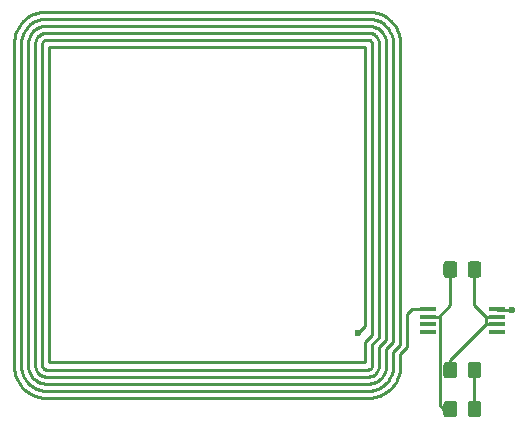
<source format=gtl>
G04 #@! TF.GenerationSoftware,KiCad,Pcbnew,(5.1.5-0-10_14)*
G04 #@! TF.CreationDate,2020-04-20T15:44:46-04:00*
G04 #@! TF.ProjectId,business card,62757369-6e65-4737-9320-636172642e6b,rev?*
G04 #@! TF.SameCoordinates,Original*
G04 #@! TF.FileFunction,Copper,L1,Top*
G04 #@! TF.FilePolarity,Positive*
%FSLAX46Y46*%
G04 Gerber Fmt 4.6, Leading zero omitted, Abs format (unit mm)*
G04 Created by KiCad (PCBNEW (5.1.5-0-10_14)) date 2020-04-20 15:44:46*
%MOMM*%
%LPD*%
G04 APERTURE LIST*
%ADD10R,1.450000X0.450000*%
%ADD11C,0.100000*%
%ADD12C,0.600000*%
%ADD13C,0.250000*%
G04 APERTURE END LIST*
D10*
X86712000Y-84369000D03*
X86712000Y-85019000D03*
X86712000Y-85669000D03*
X86712000Y-86319000D03*
X92612000Y-86319000D03*
X92612000Y-85669000D03*
X92612000Y-85019000D03*
X92612000Y-84369000D03*
G04 #@! TA.AperFunction,SMDPad,CuDef*
D11*
G36*
X91036505Y-80327204D02*
G01*
X91060773Y-80330804D01*
X91084572Y-80336765D01*
X91107671Y-80345030D01*
X91129850Y-80355520D01*
X91150893Y-80368132D01*
X91170599Y-80382747D01*
X91188777Y-80399223D01*
X91205253Y-80417401D01*
X91219868Y-80437107D01*
X91232480Y-80458150D01*
X91242970Y-80480329D01*
X91251235Y-80503428D01*
X91257196Y-80527227D01*
X91260796Y-80551495D01*
X91262000Y-80575999D01*
X91262000Y-81476001D01*
X91260796Y-81500505D01*
X91257196Y-81524773D01*
X91251235Y-81548572D01*
X91242970Y-81571671D01*
X91232480Y-81593850D01*
X91219868Y-81614893D01*
X91205253Y-81634599D01*
X91188777Y-81652777D01*
X91170599Y-81669253D01*
X91150893Y-81683868D01*
X91129850Y-81696480D01*
X91107671Y-81706970D01*
X91084572Y-81715235D01*
X91060773Y-81721196D01*
X91036505Y-81724796D01*
X91012001Y-81726000D01*
X90361999Y-81726000D01*
X90337495Y-81724796D01*
X90313227Y-81721196D01*
X90289428Y-81715235D01*
X90266329Y-81706970D01*
X90244150Y-81696480D01*
X90223107Y-81683868D01*
X90203401Y-81669253D01*
X90185223Y-81652777D01*
X90168747Y-81634599D01*
X90154132Y-81614893D01*
X90141520Y-81593850D01*
X90131030Y-81571671D01*
X90122765Y-81548572D01*
X90116804Y-81524773D01*
X90113204Y-81500505D01*
X90112000Y-81476001D01*
X90112000Y-80575999D01*
X90113204Y-80551495D01*
X90116804Y-80527227D01*
X90122765Y-80503428D01*
X90131030Y-80480329D01*
X90141520Y-80458150D01*
X90154132Y-80437107D01*
X90168747Y-80417401D01*
X90185223Y-80399223D01*
X90203401Y-80382747D01*
X90223107Y-80368132D01*
X90244150Y-80355520D01*
X90266329Y-80345030D01*
X90289428Y-80336765D01*
X90313227Y-80330804D01*
X90337495Y-80327204D01*
X90361999Y-80326000D01*
X91012001Y-80326000D01*
X91036505Y-80327204D01*
G37*
G04 #@! TD.AperFunction*
G04 #@! TA.AperFunction,SMDPad,CuDef*
G36*
X88986505Y-80327204D02*
G01*
X89010773Y-80330804D01*
X89034572Y-80336765D01*
X89057671Y-80345030D01*
X89079850Y-80355520D01*
X89100893Y-80368132D01*
X89120599Y-80382747D01*
X89138777Y-80399223D01*
X89155253Y-80417401D01*
X89169868Y-80437107D01*
X89182480Y-80458150D01*
X89192970Y-80480329D01*
X89201235Y-80503428D01*
X89207196Y-80527227D01*
X89210796Y-80551495D01*
X89212000Y-80575999D01*
X89212000Y-81476001D01*
X89210796Y-81500505D01*
X89207196Y-81524773D01*
X89201235Y-81548572D01*
X89192970Y-81571671D01*
X89182480Y-81593850D01*
X89169868Y-81614893D01*
X89155253Y-81634599D01*
X89138777Y-81652777D01*
X89120599Y-81669253D01*
X89100893Y-81683868D01*
X89079850Y-81696480D01*
X89057671Y-81706970D01*
X89034572Y-81715235D01*
X89010773Y-81721196D01*
X88986505Y-81724796D01*
X88962001Y-81726000D01*
X88311999Y-81726000D01*
X88287495Y-81724796D01*
X88263227Y-81721196D01*
X88239428Y-81715235D01*
X88216329Y-81706970D01*
X88194150Y-81696480D01*
X88173107Y-81683868D01*
X88153401Y-81669253D01*
X88135223Y-81652777D01*
X88118747Y-81634599D01*
X88104132Y-81614893D01*
X88091520Y-81593850D01*
X88081030Y-81571671D01*
X88072765Y-81548572D01*
X88066804Y-81524773D01*
X88063204Y-81500505D01*
X88062000Y-81476001D01*
X88062000Y-80575999D01*
X88063204Y-80551495D01*
X88066804Y-80527227D01*
X88072765Y-80503428D01*
X88081030Y-80480329D01*
X88091520Y-80458150D01*
X88104132Y-80437107D01*
X88118747Y-80417401D01*
X88135223Y-80399223D01*
X88153401Y-80382747D01*
X88173107Y-80368132D01*
X88194150Y-80355520D01*
X88216329Y-80345030D01*
X88239428Y-80336765D01*
X88263227Y-80330804D01*
X88287495Y-80327204D01*
X88311999Y-80326000D01*
X88962001Y-80326000D01*
X88986505Y-80327204D01*
G37*
G04 #@! TD.AperFunction*
G04 #@! TA.AperFunction,SMDPad,CuDef*
G36*
X88986505Y-92138204D02*
G01*
X89010773Y-92141804D01*
X89034572Y-92147765D01*
X89057671Y-92156030D01*
X89079850Y-92166520D01*
X89100893Y-92179132D01*
X89120599Y-92193747D01*
X89138777Y-92210223D01*
X89155253Y-92228401D01*
X89169868Y-92248107D01*
X89182480Y-92269150D01*
X89192970Y-92291329D01*
X89201235Y-92314428D01*
X89207196Y-92338227D01*
X89210796Y-92362495D01*
X89212000Y-92386999D01*
X89212000Y-93287001D01*
X89210796Y-93311505D01*
X89207196Y-93335773D01*
X89201235Y-93359572D01*
X89192970Y-93382671D01*
X89182480Y-93404850D01*
X89169868Y-93425893D01*
X89155253Y-93445599D01*
X89138777Y-93463777D01*
X89120599Y-93480253D01*
X89100893Y-93494868D01*
X89079850Y-93507480D01*
X89057671Y-93517970D01*
X89034572Y-93526235D01*
X89010773Y-93532196D01*
X88986505Y-93535796D01*
X88962001Y-93537000D01*
X88311999Y-93537000D01*
X88287495Y-93535796D01*
X88263227Y-93532196D01*
X88239428Y-93526235D01*
X88216329Y-93517970D01*
X88194150Y-93507480D01*
X88173107Y-93494868D01*
X88153401Y-93480253D01*
X88135223Y-93463777D01*
X88118747Y-93445599D01*
X88104132Y-93425893D01*
X88091520Y-93404850D01*
X88081030Y-93382671D01*
X88072765Y-93359572D01*
X88066804Y-93335773D01*
X88063204Y-93311505D01*
X88062000Y-93287001D01*
X88062000Y-92386999D01*
X88063204Y-92362495D01*
X88066804Y-92338227D01*
X88072765Y-92314428D01*
X88081030Y-92291329D01*
X88091520Y-92269150D01*
X88104132Y-92248107D01*
X88118747Y-92228401D01*
X88135223Y-92210223D01*
X88153401Y-92193747D01*
X88173107Y-92179132D01*
X88194150Y-92166520D01*
X88216329Y-92156030D01*
X88239428Y-92147765D01*
X88263227Y-92141804D01*
X88287495Y-92138204D01*
X88311999Y-92137000D01*
X88962001Y-92137000D01*
X88986505Y-92138204D01*
G37*
G04 #@! TD.AperFunction*
G04 #@! TA.AperFunction,SMDPad,CuDef*
G36*
X91036505Y-92138204D02*
G01*
X91060773Y-92141804D01*
X91084572Y-92147765D01*
X91107671Y-92156030D01*
X91129850Y-92166520D01*
X91150893Y-92179132D01*
X91170599Y-92193747D01*
X91188777Y-92210223D01*
X91205253Y-92228401D01*
X91219868Y-92248107D01*
X91232480Y-92269150D01*
X91242970Y-92291329D01*
X91251235Y-92314428D01*
X91257196Y-92338227D01*
X91260796Y-92362495D01*
X91262000Y-92386999D01*
X91262000Y-93287001D01*
X91260796Y-93311505D01*
X91257196Y-93335773D01*
X91251235Y-93359572D01*
X91242970Y-93382671D01*
X91232480Y-93404850D01*
X91219868Y-93425893D01*
X91205253Y-93445599D01*
X91188777Y-93463777D01*
X91170599Y-93480253D01*
X91150893Y-93494868D01*
X91129850Y-93507480D01*
X91107671Y-93517970D01*
X91084572Y-93526235D01*
X91060773Y-93532196D01*
X91036505Y-93535796D01*
X91012001Y-93537000D01*
X90361999Y-93537000D01*
X90337495Y-93535796D01*
X90313227Y-93532196D01*
X90289428Y-93526235D01*
X90266329Y-93517970D01*
X90244150Y-93507480D01*
X90223107Y-93494868D01*
X90203401Y-93480253D01*
X90185223Y-93463777D01*
X90168747Y-93445599D01*
X90154132Y-93425893D01*
X90141520Y-93404850D01*
X90131030Y-93382671D01*
X90122765Y-93359572D01*
X90116804Y-93335773D01*
X90113204Y-93311505D01*
X90112000Y-93287001D01*
X90112000Y-92386999D01*
X90113204Y-92362495D01*
X90116804Y-92338227D01*
X90122765Y-92314428D01*
X90131030Y-92291329D01*
X90141520Y-92269150D01*
X90154132Y-92248107D01*
X90168747Y-92228401D01*
X90185223Y-92210223D01*
X90203401Y-92193747D01*
X90223107Y-92179132D01*
X90244150Y-92166520D01*
X90266329Y-92156030D01*
X90289428Y-92147765D01*
X90313227Y-92141804D01*
X90337495Y-92138204D01*
X90361999Y-92137000D01*
X91012001Y-92137000D01*
X91036505Y-92138204D01*
G37*
G04 #@! TD.AperFunction*
G04 #@! TA.AperFunction,SMDPad,CuDef*
G36*
X88986505Y-88836204D02*
G01*
X89010773Y-88839804D01*
X89034572Y-88845765D01*
X89057671Y-88854030D01*
X89079850Y-88864520D01*
X89100893Y-88877132D01*
X89120599Y-88891747D01*
X89138777Y-88908223D01*
X89155253Y-88926401D01*
X89169868Y-88946107D01*
X89182480Y-88967150D01*
X89192970Y-88989329D01*
X89201235Y-89012428D01*
X89207196Y-89036227D01*
X89210796Y-89060495D01*
X89212000Y-89084999D01*
X89212000Y-89985001D01*
X89210796Y-90009505D01*
X89207196Y-90033773D01*
X89201235Y-90057572D01*
X89192970Y-90080671D01*
X89182480Y-90102850D01*
X89169868Y-90123893D01*
X89155253Y-90143599D01*
X89138777Y-90161777D01*
X89120599Y-90178253D01*
X89100893Y-90192868D01*
X89079850Y-90205480D01*
X89057671Y-90215970D01*
X89034572Y-90224235D01*
X89010773Y-90230196D01*
X88986505Y-90233796D01*
X88962001Y-90235000D01*
X88311999Y-90235000D01*
X88287495Y-90233796D01*
X88263227Y-90230196D01*
X88239428Y-90224235D01*
X88216329Y-90215970D01*
X88194150Y-90205480D01*
X88173107Y-90192868D01*
X88153401Y-90178253D01*
X88135223Y-90161777D01*
X88118747Y-90143599D01*
X88104132Y-90123893D01*
X88091520Y-90102850D01*
X88081030Y-90080671D01*
X88072765Y-90057572D01*
X88066804Y-90033773D01*
X88063204Y-90009505D01*
X88062000Y-89985001D01*
X88062000Y-89084999D01*
X88063204Y-89060495D01*
X88066804Y-89036227D01*
X88072765Y-89012428D01*
X88081030Y-88989329D01*
X88091520Y-88967150D01*
X88104132Y-88946107D01*
X88118747Y-88926401D01*
X88135223Y-88908223D01*
X88153401Y-88891747D01*
X88173107Y-88877132D01*
X88194150Y-88864520D01*
X88216329Y-88854030D01*
X88239428Y-88845765D01*
X88263227Y-88839804D01*
X88287495Y-88836204D01*
X88311999Y-88835000D01*
X88962001Y-88835000D01*
X88986505Y-88836204D01*
G37*
G04 #@! TD.AperFunction*
G04 #@! TA.AperFunction,SMDPad,CuDef*
G36*
X91036505Y-88836204D02*
G01*
X91060773Y-88839804D01*
X91084572Y-88845765D01*
X91107671Y-88854030D01*
X91129850Y-88864520D01*
X91150893Y-88877132D01*
X91170599Y-88891747D01*
X91188777Y-88908223D01*
X91205253Y-88926401D01*
X91219868Y-88946107D01*
X91232480Y-88967150D01*
X91242970Y-88989329D01*
X91251235Y-89012428D01*
X91257196Y-89036227D01*
X91260796Y-89060495D01*
X91262000Y-89084999D01*
X91262000Y-89985001D01*
X91260796Y-90009505D01*
X91257196Y-90033773D01*
X91251235Y-90057572D01*
X91242970Y-90080671D01*
X91232480Y-90102850D01*
X91219868Y-90123893D01*
X91205253Y-90143599D01*
X91188777Y-90161777D01*
X91170599Y-90178253D01*
X91150893Y-90192868D01*
X91129850Y-90205480D01*
X91107671Y-90215970D01*
X91084572Y-90224235D01*
X91060773Y-90230196D01*
X91036505Y-90233796D01*
X91012001Y-90235000D01*
X90361999Y-90235000D01*
X90337495Y-90233796D01*
X90313227Y-90230196D01*
X90289428Y-90224235D01*
X90266329Y-90215970D01*
X90244150Y-90205480D01*
X90223107Y-90192868D01*
X90203401Y-90178253D01*
X90185223Y-90161777D01*
X90168747Y-90143599D01*
X90154132Y-90123893D01*
X90141520Y-90102850D01*
X90131030Y-90080671D01*
X90122765Y-90057572D01*
X90116804Y-90033773D01*
X90113204Y-90009505D01*
X90112000Y-89985001D01*
X90112000Y-89084999D01*
X90113204Y-89060495D01*
X90116804Y-89036227D01*
X90122765Y-89012428D01*
X90131030Y-88989329D01*
X90141520Y-88967150D01*
X90154132Y-88946107D01*
X90168747Y-88926401D01*
X90185223Y-88908223D01*
X90203401Y-88891747D01*
X90223107Y-88877132D01*
X90244150Y-88864520D01*
X90266329Y-88854030D01*
X90289428Y-88845765D01*
X90313227Y-88839804D01*
X90337495Y-88836204D01*
X90361999Y-88835000D01*
X91012001Y-88835000D01*
X91036505Y-88836204D01*
G37*
G04 #@! TD.AperFunction*
D12*
X80794580Y-86383120D03*
X93837002Y-84455000D03*
D13*
X91637000Y-85019000D02*
X92612000Y-85019000D01*
X90687000Y-84069000D02*
X91637000Y-85019000D01*
X90687000Y-81026000D02*
X90687000Y-84069000D01*
X91638000Y-85669000D02*
X92612000Y-85669000D01*
X91637000Y-85668000D02*
X91638000Y-85669000D01*
X91637000Y-85019000D02*
X91637000Y-85668000D01*
X88637000Y-88835000D02*
X88637000Y-89535000D01*
X88637000Y-88669000D02*
X88637000Y-88835000D01*
X91637000Y-85669000D02*
X88637000Y-88669000D01*
X92612000Y-85669000D02*
X91637000Y-85669000D01*
X87687000Y-85019000D02*
X86712000Y-85019000D01*
X88637000Y-84069000D02*
X87687000Y-85019000D01*
X88637000Y-81026000D02*
X88637000Y-84069000D01*
X88062000Y-92837000D02*
X88637000Y-92837000D01*
X87736990Y-92511990D02*
X88062000Y-92837000D01*
X87736990Y-88846820D02*
X87736990Y-92511990D01*
X87762001Y-88821809D02*
X87736990Y-88846820D01*
X87762001Y-85094001D02*
X87762001Y-88821809D01*
X87687000Y-85019000D02*
X87762001Y-85094001D01*
X90687000Y-90235000D02*
X90687000Y-92837000D01*
X90687000Y-89535000D02*
X90687000Y-90235000D01*
X82905600Y-90915740D02*
X82786220Y-90994480D01*
X82397600Y-91177360D02*
X82260440Y-91220540D01*
X82120740Y-91256100D02*
X81981040Y-91278960D01*
X83672680Y-89902280D02*
X83621880Y-90034360D01*
X82514440Y-61531760D02*
X82550000Y-61620660D01*
X82059780Y-61077100D02*
X82143600Y-61117740D01*
X83411060Y-90410280D02*
X83324700Y-90524580D01*
X82572860Y-61709560D02*
X82588100Y-61803540D01*
X83126580Y-90732860D02*
X83019900Y-90829380D01*
X81836260Y-91294200D02*
X81694020Y-91299280D01*
X83751420Y-89625420D02*
X83715860Y-89765120D01*
X81881980Y-61018680D02*
X81970880Y-61041540D01*
X83789520Y-89340940D02*
X83774280Y-89485720D01*
X82296000Y-61229500D02*
X82362040Y-61295540D01*
X82659220Y-91063060D02*
X82529680Y-91126560D01*
X83794600Y-89198700D02*
X83789520Y-89340940D01*
X83621880Y-90034360D02*
X83558380Y-90163900D01*
X82786220Y-90994480D02*
X82659220Y-91063060D01*
X82550000Y-61620660D02*
X82572860Y-61709560D01*
X82362040Y-61295540D02*
X82420460Y-61369200D01*
X82588100Y-61803540D02*
X82593180Y-61897520D01*
X81694020Y-90699840D02*
X81810860Y-90694760D01*
X81927700Y-90682060D02*
X82044540Y-90659200D01*
X82044540Y-90659200D02*
X82158840Y-90626180D01*
X82158840Y-90626180D02*
X82268060Y-90585540D01*
X81970880Y-61041540D02*
X82059780Y-61077100D01*
X82222340Y-61171080D02*
X82296000Y-61229500D01*
X83715860Y-89765120D02*
X83672680Y-89902280D01*
X82478880Y-90478860D02*
X82575400Y-90412820D01*
X81988660Y-61846720D02*
X81975960Y-61795920D01*
X82143600Y-61117740D02*
X82222340Y-61171080D01*
X81744820Y-61602880D02*
X81694020Y-61597800D01*
X82260440Y-91220540D02*
X82120740Y-91256100D01*
X82575400Y-90412820D02*
X82669380Y-90339160D01*
X82755740Y-90260420D02*
X82834480Y-90174060D01*
X83019900Y-90829380D02*
X82905600Y-90915740D01*
X81788000Y-61003440D02*
X81881980Y-61018680D01*
X82420460Y-61369200D02*
X82473800Y-61447940D01*
X83489800Y-90290900D02*
X83411060Y-90410280D01*
X82669380Y-90339160D02*
X82755740Y-90260420D01*
X82529680Y-91126560D02*
X82397600Y-91177360D01*
X82473800Y-61447940D02*
X82514440Y-61531760D01*
X81953100Y-61747660D02*
X81922620Y-61704480D01*
X81843880Y-61638440D02*
X81795620Y-61615580D01*
X82834480Y-90174060D02*
X82908140Y-90080080D01*
X83774280Y-89485720D02*
X83751420Y-89625420D01*
X82268060Y-90585540D02*
X82374740Y-90537280D01*
X83228180Y-90631260D02*
X83126580Y-90732860D01*
X81981040Y-91278960D02*
X81836260Y-91294200D01*
X83558380Y-90163900D02*
X83489800Y-90290900D01*
X82908140Y-90080080D02*
X82974180Y-89983560D01*
X82974180Y-89983560D02*
X83032600Y-89879420D01*
X83032600Y-89879420D02*
X83080860Y-89772740D01*
X81810860Y-90694760D02*
X81927700Y-90682060D01*
X81922620Y-61704480D02*
X81887060Y-61668920D01*
X82374740Y-90537280D02*
X82478880Y-90478860D01*
X83080860Y-89772740D02*
X83121500Y-89663520D01*
X83121500Y-89663520D02*
X83154520Y-89549220D01*
X81694020Y-60998360D02*
X81788000Y-61003440D01*
X81887060Y-61668920D02*
X81843880Y-61638440D01*
X81795620Y-61615580D02*
X81744820Y-61602880D01*
X81993740Y-61897520D02*
X81988660Y-61846720D01*
X83324700Y-90524580D02*
X83228180Y-90631260D01*
X81975960Y-61795920D02*
X81953100Y-61747660D01*
X81988660Y-89249500D02*
X81993740Y-89198700D01*
X82550000Y-89475560D02*
X82514440Y-89564460D01*
X82588100Y-89292680D02*
X82572860Y-89386660D01*
X81975960Y-89300300D02*
X81988660Y-89249500D01*
X82593180Y-89198700D02*
X82588100Y-89292680D01*
X82572860Y-89386660D02*
X82550000Y-89475560D01*
X82059780Y-90019120D02*
X81970880Y-90054680D01*
X81795620Y-89480640D02*
X81843880Y-89457780D01*
X81953100Y-89348560D02*
X81975960Y-89300300D01*
X81843880Y-89457780D02*
X81887060Y-89427300D01*
X83154520Y-89549220D02*
X83177380Y-89432380D01*
X82222340Y-89925140D02*
X82143600Y-89978480D01*
X82296000Y-89866720D02*
X82222340Y-89925140D01*
X83177380Y-89432380D02*
X83190080Y-89315540D01*
X82473800Y-89648280D02*
X82420460Y-89727020D01*
X82420460Y-89727020D02*
X82362040Y-89800680D01*
X83190080Y-89315540D02*
X83195160Y-89198700D01*
X81970880Y-90054680D02*
X81881980Y-90077540D01*
X81744820Y-89493340D02*
X81795620Y-89480640D01*
X81922620Y-89391740D02*
X81953100Y-89348560D01*
X82362040Y-89800680D02*
X82296000Y-89866720D01*
X81881980Y-90077540D02*
X81788000Y-90092780D01*
X82143600Y-89978480D02*
X82059780Y-90019120D01*
X81788000Y-90092780D02*
X81694020Y-90097860D01*
X82514440Y-89564460D02*
X82473800Y-89648280D01*
X81694020Y-89498420D02*
X81744820Y-89493340D01*
X81887060Y-89427300D02*
X81922620Y-89391740D01*
X54352340Y-61602880D02*
X54301540Y-61615580D01*
X82397600Y-59918860D02*
X82529680Y-59969660D01*
X54126280Y-61041540D02*
X54215180Y-61018680D01*
X82529680Y-59969660D02*
X82659220Y-60033160D01*
X82659220Y-60033160D02*
X82786220Y-60101740D01*
X82120740Y-59840120D02*
X82260440Y-59875680D01*
X54037380Y-61077100D02*
X54126280Y-61041540D01*
X54301540Y-61615580D02*
X54253280Y-61638440D01*
X53801160Y-61229500D02*
X53874820Y-61171080D01*
X53874820Y-61171080D02*
X53953560Y-61117740D01*
X54215180Y-61018680D02*
X54309160Y-61003440D01*
X54309160Y-61003440D02*
X54403140Y-60998360D01*
X54253280Y-61638440D02*
X54210100Y-61668920D01*
X54121200Y-61795920D02*
X54108500Y-61846720D01*
X81836260Y-59802020D02*
X81981040Y-59817260D01*
X81694020Y-59796940D02*
X81836260Y-59802020D01*
X82786220Y-60101740D02*
X82905600Y-60180480D01*
X54210100Y-61668920D02*
X54174540Y-61704480D01*
X53953560Y-61117740D02*
X54037380Y-61077100D01*
X54403140Y-61597800D02*
X54352340Y-61602880D01*
X54174540Y-61704480D02*
X54144060Y-61747660D01*
X54144060Y-61747660D02*
X54121200Y-61795920D01*
X54108500Y-61846720D02*
X54103420Y-61897520D01*
X81981040Y-59817260D02*
X82120740Y-59840120D01*
X82260440Y-59875680D02*
X82397600Y-59918860D01*
X82834480Y-60922160D02*
X82755740Y-60835800D01*
X82755740Y-60835800D02*
X82669380Y-60757060D01*
X82158840Y-60470040D02*
X82044540Y-60437020D01*
X82044540Y-60437020D02*
X81927700Y-60414160D01*
X83228180Y-60464960D02*
X83324700Y-60571640D01*
X83621880Y-61061860D02*
X83672680Y-61193940D01*
X81927700Y-60414160D02*
X81810860Y-60401460D01*
X81810860Y-60401460D02*
X81694020Y-60396380D01*
X82575400Y-60683400D02*
X82478880Y-60617360D01*
X83751420Y-61470800D02*
X83774280Y-61610500D01*
X83195160Y-61897520D02*
X83190080Y-61780680D01*
X83121500Y-61432700D02*
X83080860Y-61323480D01*
X83019900Y-60266840D02*
X83126580Y-60363360D01*
X83489800Y-60805320D02*
X83558380Y-60932320D01*
X83177380Y-61663840D02*
X83154520Y-61547000D01*
X83715860Y-61331100D02*
X83751420Y-61470800D01*
X83080860Y-61323480D02*
X83032600Y-61216800D01*
X83154520Y-61547000D02*
X83121500Y-61432700D01*
X82908140Y-61016140D02*
X82834480Y-60922160D01*
X82478880Y-60617360D02*
X82374740Y-60558940D01*
X83789520Y-61755280D02*
X83794600Y-61897520D01*
X83190080Y-61780680D02*
X83177380Y-61663840D01*
X82374740Y-60558940D02*
X82268060Y-60510680D01*
X82268060Y-60510680D02*
X82158840Y-60470040D01*
X83126580Y-60363360D02*
X83228180Y-60464960D01*
X83558380Y-60932320D02*
X83621880Y-61061860D01*
X82669380Y-60757060D02*
X82575400Y-60683400D01*
X83774280Y-61610500D02*
X83789520Y-61755280D01*
X83324700Y-60571640D02*
X83411060Y-60685940D01*
X83672680Y-61193940D02*
X83715860Y-61331100D01*
X82974180Y-61112660D02*
X82908140Y-61016140D01*
X82905600Y-60180480D02*
X83019900Y-60266840D01*
X83411060Y-60685940D02*
X83489800Y-60805320D01*
X83032600Y-61216800D02*
X82974180Y-61112660D01*
X82496660Y-59319420D02*
X82339180Y-59276240D01*
X52868980Y-59675020D02*
X52736900Y-59771540D01*
X81394020Y-85781140D02*
X80794580Y-86383120D01*
X83360260Y-59771540D02*
X83228180Y-59675020D01*
X53757980Y-59276240D02*
X53600500Y-59319420D01*
X83916520Y-60363360D02*
X83820000Y-60231280D01*
X83484720Y-59875680D02*
X83360260Y-59771540D01*
X54240580Y-59202580D02*
X54078020Y-59217820D01*
X84373720Y-61572400D02*
X84350860Y-61409840D01*
X83228180Y-59675020D02*
X83091020Y-59586120D01*
X82181700Y-59240680D02*
X82019140Y-59217820D01*
X52736900Y-59771540D02*
X52612440Y-59875680D01*
X82339180Y-59276240D02*
X82181700Y-59240680D01*
X52612440Y-59875680D02*
X52493060Y-59987440D01*
X83715860Y-60106820D02*
X83604100Y-59987440D01*
X54403140Y-59796940D02*
X81694020Y-59796940D01*
X82948780Y-59507380D02*
X82801460Y-59436260D01*
X54078020Y-59217820D02*
X53915460Y-59240680D01*
X53445560Y-59372760D02*
X53295700Y-59436260D01*
X53915460Y-59240680D02*
X53757980Y-59276240D01*
X84272120Y-61094880D02*
X84218780Y-60939940D01*
X54403140Y-60998360D02*
X81694020Y-60998360D01*
X54403140Y-59197500D02*
X54240580Y-59202580D01*
X84394040Y-61897520D02*
X84388960Y-61734960D01*
X84315300Y-61252360D02*
X84272120Y-61094880D01*
X84155280Y-60790080D02*
X84084160Y-60642760D01*
X84005420Y-60500520D02*
X83916520Y-60363360D01*
X83604100Y-59987440D02*
X83484720Y-59875680D01*
X84388960Y-61734960D02*
X84373720Y-61572400D01*
X83820000Y-60231280D02*
X83715860Y-60106820D01*
X83091020Y-59586120D02*
X82948780Y-59507380D01*
X84350860Y-61409840D02*
X84315300Y-61252360D01*
X84084160Y-60642760D02*
X84005420Y-60500520D01*
X82019140Y-59217820D02*
X81856580Y-59202580D01*
X81694020Y-59197500D02*
X54403140Y-59197500D01*
X81694020Y-60396380D02*
X54403140Y-60396380D01*
X81694020Y-61597800D02*
X54403140Y-61597800D01*
X53600500Y-59319420D02*
X53445560Y-59372760D01*
X82651600Y-59372760D02*
X82496660Y-59319420D01*
X53295700Y-59436260D02*
X53148380Y-59507380D01*
X53148380Y-59507380D02*
X53006140Y-59586120D01*
X82801460Y-59436260D02*
X82651600Y-59372760D01*
X53006140Y-59586120D02*
X52868980Y-59675020D01*
X81856580Y-59202580D02*
X81694020Y-59197500D01*
X84218780Y-60939940D02*
X84155280Y-60790080D01*
X53836720Y-91220540D02*
X53699560Y-91177360D01*
X53191560Y-90915740D02*
X53077260Y-90829380D01*
X52772460Y-90524580D02*
X52686100Y-90410280D01*
X54103420Y-61897520D02*
X54103420Y-89198700D01*
X51825040Y-90001340D02*
X51878380Y-90156280D01*
X52868980Y-91421200D02*
X53006140Y-91510100D01*
X53006140Y-91510100D02*
X53148380Y-91588840D01*
X53915460Y-91855540D02*
X54078020Y-91878400D01*
X52475280Y-90034360D02*
X52424480Y-89902280D01*
X52424480Y-89902280D02*
X52381300Y-89765120D01*
X52493060Y-59987440D02*
X52381300Y-60106820D01*
X51781860Y-61252360D02*
X51746300Y-61409840D01*
X51723440Y-89523820D02*
X51746300Y-89686380D01*
X51941880Y-90306140D02*
X52013000Y-90453460D01*
X52091740Y-90595700D02*
X52180640Y-90732860D01*
X52180640Y-60363360D02*
X52091740Y-60500520D01*
X51746300Y-61409840D02*
X51723440Y-61572400D01*
X51708200Y-61734960D02*
X51703120Y-61897520D01*
X52013000Y-60642760D02*
X51941880Y-60790080D01*
X53757980Y-91819980D02*
X53915460Y-91855540D01*
X54403140Y-91299280D02*
X54260900Y-91294200D01*
X53503980Y-89198700D02*
X53503980Y-61897520D01*
X51878380Y-90156280D02*
X51941880Y-90306140D01*
X52277160Y-90864940D02*
X52381300Y-90989400D01*
X52736900Y-91324680D02*
X52868980Y-91421200D01*
X51723440Y-61572400D02*
X51708200Y-61734960D01*
X52381300Y-90989400D02*
X52493060Y-91108780D01*
X53295700Y-91659960D02*
X53445560Y-91723460D01*
X51941880Y-60790080D02*
X51878380Y-60939940D01*
X51781860Y-89843860D02*
X51825040Y-90001340D01*
X51825040Y-61094880D02*
X51781860Y-61252360D01*
X54260900Y-91294200D02*
X54116120Y-91278960D01*
X51746300Y-89686380D02*
X51781860Y-89843860D01*
X54116120Y-91278960D02*
X53976420Y-91256100D01*
X53567480Y-91126560D02*
X53437940Y-91063060D01*
X51878380Y-60939940D02*
X51825040Y-61094880D01*
X51703120Y-61897520D02*
X51703120Y-89198700D01*
X53437940Y-91063060D02*
X53310940Y-90994480D01*
X53310940Y-90994480D02*
X53191560Y-90915740D01*
X53077260Y-90829380D02*
X52970580Y-90732860D01*
X52686100Y-90410280D02*
X52607360Y-90290900D01*
X52607360Y-90290900D02*
X52538780Y-90163900D01*
X54078020Y-91878400D02*
X54240580Y-91893640D01*
X52381300Y-60106820D02*
X52277160Y-60231280D01*
X53699560Y-91177360D02*
X53567480Y-91126560D01*
X52180640Y-90732860D02*
X52277160Y-90864940D01*
X52970580Y-90732860D02*
X52868980Y-90631260D01*
X52868980Y-90631260D02*
X52772460Y-90524580D01*
X52538780Y-90163900D02*
X52475280Y-90034360D01*
X52091740Y-60500520D02*
X52013000Y-60642760D01*
X52305100Y-89198700D02*
X52305100Y-61897520D01*
X52381300Y-89765120D02*
X52345740Y-89625420D01*
X53600500Y-91776800D02*
X53757980Y-91819980D01*
X51708200Y-89361260D02*
X51723440Y-89523820D01*
X52013000Y-90453460D02*
X52091740Y-90595700D01*
X52277160Y-60231280D02*
X52180640Y-60363360D01*
X52904540Y-61897520D02*
X52904540Y-89198700D01*
X52493060Y-91108780D02*
X52612440Y-91220540D01*
X52612440Y-91220540D02*
X52736900Y-91324680D01*
X53445560Y-91723460D02*
X53600500Y-91776800D01*
X54240580Y-91893640D02*
X54403140Y-91898720D01*
X53976420Y-91256100D02*
X53836720Y-91220540D01*
X51703120Y-89198700D02*
X51708200Y-89361260D01*
X53148380Y-91588840D02*
X53295700Y-91659960D01*
X54037380Y-90019120D02*
X53953560Y-89978480D01*
X53524300Y-89386660D02*
X53509060Y-89292680D01*
X52345740Y-89625420D02*
X52322880Y-89485720D01*
X54174540Y-89391740D02*
X54210100Y-89427300D01*
X53801160Y-89866720D02*
X53735120Y-89800680D01*
X54301540Y-89480640D02*
X54352340Y-89493340D01*
X54121200Y-89300300D02*
X54144060Y-89348560D01*
X54253280Y-89457780D02*
X54301540Y-89480640D01*
X52307640Y-61755280D02*
X52322880Y-61610500D01*
X52907080Y-89315540D02*
X52919780Y-89432380D01*
X54352340Y-89493340D02*
X54403140Y-89498420D01*
X52381300Y-61331100D02*
X52424480Y-61193940D01*
X53189020Y-90080080D02*
X53262680Y-90174060D01*
X53618280Y-90478860D02*
X53722420Y-90537280D01*
X54169460Y-90682060D02*
X54286300Y-90694760D01*
X52322880Y-89485720D02*
X52307640Y-89340940D01*
X52902000Y-89198700D02*
X52907080Y-89315540D01*
X52322880Y-61610500D02*
X52345740Y-61470800D01*
X52475280Y-61061860D02*
X52538780Y-60932320D01*
X52772460Y-60571640D02*
X52868980Y-60464960D01*
X53623360Y-89648280D02*
X53582720Y-89564460D01*
X52975660Y-89663520D02*
X53016300Y-89772740D01*
X52424480Y-61193940D02*
X52475280Y-61061860D01*
X52868980Y-60464960D02*
X52970580Y-60363360D01*
X53077260Y-60266840D02*
X53191560Y-60180480D01*
X52307640Y-89340940D02*
X52302560Y-89198700D01*
X53191560Y-60180480D02*
X53310940Y-60101740D01*
X52686100Y-60685940D02*
X52772460Y-60571640D01*
X53310940Y-60101740D02*
X53437940Y-60033160D01*
X53547160Y-89475560D02*
X53524300Y-89386660D01*
X53427780Y-90339160D02*
X53521760Y-90412820D01*
X53938320Y-90626180D02*
X54052620Y-90659200D01*
X52302560Y-61897520D02*
X52307640Y-61755280D01*
X53437940Y-60033160D02*
X53567480Y-59969660D01*
X52970580Y-60363360D02*
X53077260Y-60266840D01*
X54210100Y-89427300D02*
X54253280Y-89457780D01*
X53953560Y-89978480D02*
X53874820Y-89925140D01*
X53676700Y-89727020D02*
X53623360Y-89648280D01*
X53262680Y-90174060D02*
X53341420Y-90260420D01*
X54309160Y-90092780D02*
X54215180Y-90077540D01*
X54108500Y-89249500D02*
X54121200Y-89300300D01*
X53016300Y-89772740D02*
X53064560Y-89879420D01*
X54403140Y-90097860D02*
X54309160Y-90092780D01*
X53509060Y-89292680D02*
X53503980Y-89198700D01*
X53735120Y-89800680D02*
X53676700Y-89727020D01*
X54052620Y-90659200D02*
X54169460Y-90682060D01*
X54103420Y-89198700D02*
X54108500Y-89249500D01*
X52345740Y-61470800D02*
X52381300Y-61331100D01*
X54144060Y-89348560D02*
X54174540Y-89391740D01*
X52538780Y-60932320D02*
X52607360Y-60805320D01*
X52919780Y-89432380D02*
X52942640Y-89549220D01*
X52607360Y-60805320D02*
X52686100Y-60685940D01*
X53722420Y-90537280D02*
X53829100Y-90585540D01*
X53122980Y-89983560D02*
X53189020Y-90080080D01*
X53829100Y-90585540D02*
X53938320Y-90626180D01*
X52942640Y-89549220D02*
X52975660Y-89663520D01*
X54286300Y-90694760D02*
X54403140Y-90699840D01*
X54126280Y-90054680D02*
X54037380Y-90019120D01*
X53341420Y-90260420D02*
X53427780Y-90339160D01*
X54215180Y-90077540D02*
X54126280Y-90054680D01*
X53874820Y-89925140D02*
X53801160Y-89866720D01*
X53582720Y-89564460D02*
X53547160Y-89475560D01*
X53064560Y-89879420D02*
X53122980Y-89983560D01*
X53521760Y-90412820D02*
X53618280Y-90478860D01*
X52919780Y-61663840D02*
X52907080Y-61780680D01*
X52907080Y-61780680D02*
X52902000Y-61897520D01*
X53509060Y-61803540D02*
X53524300Y-61709560D01*
X52942640Y-61547000D02*
X52919780Y-61663840D01*
X53524300Y-61709560D02*
X53547160Y-61620660D01*
X53503980Y-61897520D02*
X53509060Y-61803540D01*
X53547160Y-61620660D02*
X53582720Y-61531760D01*
X53676700Y-61369200D02*
X53735120Y-61295540D01*
X53735120Y-61295540D02*
X53801160Y-61229500D01*
X53699560Y-59918860D02*
X53836720Y-59875680D01*
X53427780Y-60757060D02*
X53341420Y-60835800D01*
X54260900Y-59802020D02*
X54403140Y-59796940D01*
X54052620Y-60437020D02*
X53938320Y-60470040D01*
X53189020Y-61016140D02*
X53122980Y-61112660D01*
X53567480Y-59969660D02*
X53699560Y-59918860D01*
X53521760Y-60683400D02*
X53427780Y-60757060D01*
X54403140Y-60396380D02*
X54286300Y-60401460D01*
X54286300Y-60401460D02*
X54169460Y-60414160D01*
X53064560Y-61216800D02*
X53016300Y-61323480D01*
X53016300Y-61323480D02*
X52975660Y-61432700D01*
X53262680Y-60922160D02*
X53189020Y-61016140D01*
X53122980Y-61112660D02*
X53064560Y-61216800D01*
X53829100Y-60510680D02*
X53722420Y-60558940D01*
X54116120Y-59817260D02*
X54260900Y-59802020D01*
X53938320Y-60470040D02*
X53829100Y-60510680D01*
X53582720Y-61531760D02*
X53623360Y-61447940D01*
X53623360Y-61447940D02*
X53676700Y-61369200D01*
X53341420Y-60835800D02*
X53262680Y-60922160D01*
X53836720Y-59875680D02*
X53976420Y-59840120D01*
X54169460Y-60414160D02*
X54052620Y-60437020D01*
X53722420Y-60558940D02*
X53618280Y-60617360D01*
X53976420Y-59840120D02*
X54116120Y-59817260D01*
X53618280Y-60617360D02*
X53521760Y-60683400D01*
X52975660Y-61432700D02*
X52942640Y-61547000D01*
X81694020Y-90097860D02*
X54403140Y-90097860D01*
X81694020Y-91296740D02*
X54403140Y-91296740D01*
X54403140Y-91896180D02*
X81694020Y-91896180D01*
X54403140Y-90697300D02*
X81694020Y-90697300D01*
X54403140Y-89498420D02*
X81694020Y-89498420D01*
X82593180Y-89000000D02*
X82593180Y-89198700D01*
X81993740Y-89198700D02*
X81993740Y-89000000D01*
X84394040Y-87383880D02*
X83794600Y-87983320D01*
X83192620Y-89198700D02*
X83192620Y-89000000D01*
X83794600Y-89000000D02*
X83794600Y-89198700D01*
X83192620Y-86982560D02*
X82593180Y-87582000D01*
X81993740Y-87381340D02*
X82593180Y-86781900D01*
X83794600Y-87983320D02*
X83794600Y-89000000D01*
X83192620Y-87782660D02*
X83192620Y-89000000D01*
X82593180Y-87582000D02*
X82593180Y-89000000D01*
X81993740Y-87381340D02*
X81993740Y-89000000D01*
X82593180Y-86781900D02*
X82593180Y-61897520D01*
X83192620Y-61900060D02*
X83195160Y-61897520D01*
X83192620Y-86982560D02*
X83192620Y-61900060D01*
X83789520Y-87175600D02*
X83794600Y-87180680D01*
X83789520Y-61755280D02*
X83789520Y-87175600D01*
X84394040Y-87381340D02*
X84394040Y-61897520D01*
X54703140Y-62197520D02*
X54703140Y-88898700D01*
X81394020Y-85781140D02*
X81394020Y-62197520D01*
X54705000Y-88898700D02*
X81392000Y-88898700D01*
X81393000Y-62197520D02*
X54702860Y-62197520D01*
X81394020Y-87180680D02*
X81993460Y-86581240D01*
X81392000Y-87182700D02*
X81394020Y-87180680D01*
X81392000Y-88898700D02*
X81392000Y-87182700D01*
X81993460Y-61897800D02*
X81993740Y-61897520D01*
X81993460Y-86581240D02*
X81993460Y-61897800D01*
X83192620Y-87782660D02*
X83789520Y-87180680D01*
X84394040Y-87383880D02*
X83794600Y-87983320D01*
X80794580Y-86383120D02*
X80794580Y-86383120D01*
X92698000Y-84455000D02*
X92612000Y-84369000D01*
X93837002Y-84455000D02*
X92698000Y-84455000D01*
X85430000Y-84369000D02*
X86712000Y-84369000D01*
X84963000Y-84836000D02*
X85430000Y-84369000D01*
X84394040Y-88198960D02*
X84963000Y-87630000D01*
X84394040Y-89198700D02*
X84394040Y-88198960D01*
X84218780Y-90156280D02*
X84272120Y-90001340D01*
X84084160Y-90453460D02*
X84155280Y-90306140D01*
X82496660Y-91776800D02*
X82651600Y-91723460D01*
X83916520Y-90732860D02*
X84005420Y-90595700D01*
X83820000Y-90864940D02*
X83916520Y-90732860D01*
X84373720Y-89523820D02*
X84388960Y-89361260D01*
X84155280Y-90306140D02*
X84218780Y-90156280D01*
X83604100Y-91108780D02*
X83715860Y-90989400D01*
X84388960Y-89361260D02*
X84394040Y-89198700D01*
X83715860Y-90989400D02*
X83820000Y-90864940D01*
X83484720Y-91220540D02*
X83604100Y-91108780D01*
X84005420Y-90595700D02*
X84084160Y-90453460D01*
X83228180Y-91421200D02*
X83360260Y-91324680D01*
X84350860Y-89686380D02*
X84373720Y-89523820D01*
X82801460Y-91659960D02*
X82948780Y-91588840D01*
X84315300Y-89843860D02*
X84350860Y-89686380D01*
X82948780Y-91588840D02*
X83091020Y-91510100D01*
X84272120Y-90001340D02*
X84315300Y-89843860D01*
X82651600Y-91723460D02*
X82801460Y-91659960D01*
X83360260Y-91324680D02*
X83484720Y-91220540D01*
X83091020Y-91510100D02*
X83228180Y-91421200D01*
X82339180Y-91819980D02*
X82496660Y-91776800D01*
X82019140Y-91878400D02*
X82181700Y-91855540D01*
X82181700Y-91855540D02*
X82339180Y-91819980D01*
X81856580Y-91893640D02*
X82019140Y-91878400D01*
X84963000Y-87630000D02*
X84963000Y-84836000D01*
X81694020Y-91898720D02*
X81856580Y-91893640D01*
M02*

</source>
